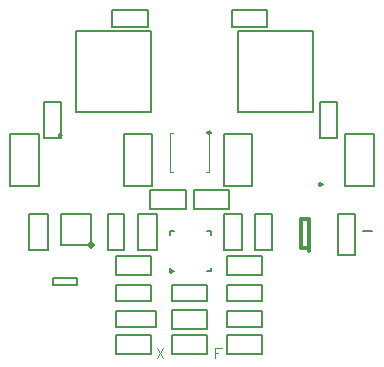
<source format=gto>
G04 Layer_Color=16777215*
%FSLAX25Y25*%
%MOIN*%
G70*
G01*
G75*
%ADD49C,0.00787*%
%ADD50C,0.00984*%
%ADD51C,0.01181*%
%ADD52C,0.00394*%
D49*
X443405Y265433D02*
X442815Y266024D01*
X442224Y265433D01*
X442815Y264843D01*
X443405Y265433D01*
X390882Y217126D02*
X398882D01*
X390882Y214764D02*
X398882D01*
Y217126D01*
X390882Y214764D02*
Y217126D01*
X485827Y224803D02*
X491339D01*
Y238189D01*
X485827D02*
X491339D01*
X485827Y224803D02*
Y238189D01*
X423228Y240158D02*
Y246457D01*
Y240158D02*
X435039D01*
Y246457D01*
X423228D02*
X435039D01*
X429921Y219291D02*
X431102D01*
X429921D02*
Y220472D01*
Y231496D02*
Y232677D01*
X431102D01*
X442126D02*
X443307D01*
Y231496D02*
Y232677D01*
X442126Y219291D02*
X443307D01*
Y220472D01*
X437795Y240158D02*
X449606D01*
X437795D02*
Y246457D01*
X449606D01*
Y240158D02*
Y246457D01*
X453937Y226378D02*
Y238189D01*
X447638Y226378D02*
X453937D01*
X447638D02*
Y238189D01*
X453937D01*
X448819Y191732D02*
X460630D01*
X448819D02*
Y198031D01*
X460630D01*
Y191732D02*
Y198031D01*
X425591Y226378D02*
Y238189D01*
X419291Y226378D02*
X425591D01*
X419291D02*
Y238189D01*
X425591D01*
X458268Y238189D02*
X463780D01*
X458268Y226378D02*
Y238189D01*
Y226378D02*
X463780D01*
Y238189D01*
X460630Y200525D02*
Y206037D01*
X448819D02*
X460630D01*
X448819Y200525D02*
Y206037D01*
Y200525D02*
X460630D01*
X430315Y191732D02*
X442126D01*
X430315D02*
Y198031D01*
X442126D01*
Y191732D02*
Y198031D01*
X448819Y218110D02*
X460630D01*
X448819D02*
Y224409D01*
X460630D01*
Y218110D02*
Y224409D01*
X460630Y209318D02*
Y214829D01*
X448819D02*
X460630D01*
X448819Y209318D02*
Y214829D01*
Y209318D02*
X460630D01*
X376575Y247736D02*
Y265059D01*
X386024D01*
Y247736D02*
Y265059D01*
X376575Y247736D02*
X386024D01*
X387795Y263779D02*
X393307D01*
Y275590D01*
X387795D02*
X393307D01*
X387795Y263779D02*
Y275590D01*
X414468Y247835D02*
X423917D01*
Y265157D01*
X414468D02*
X423917D01*
X414468Y247835D02*
Y265157D01*
X411811Y198031D02*
X423622D01*
Y191732D02*
Y198031D01*
X411811Y191732D02*
X423622D01*
X411811D02*
Y198031D01*
X411811Y209318D02*
Y214830D01*
Y209318D02*
X423622D01*
Y214830D01*
X411811D02*
X423622D01*
X422441Y300787D02*
Y306299D01*
X410630D02*
X422441D01*
X410630Y300787D02*
Y306299D01*
Y300787D02*
X422441D01*
X411811Y218110D02*
X423622D01*
X411811D02*
Y224410D01*
X423622D01*
Y218110D02*
Y224410D01*
X403543Y227953D02*
Y238189D01*
X393307D02*
X403543D01*
X393307Y227953D02*
Y238189D01*
Y227953D02*
X403543D01*
X398327Y272327D02*
Y299327D01*
X423327D01*
Y272327D02*
Y299327D01*
X398327Y272327D02*
X423327D01*
X430315Y206299D02*
X442126D01*
Y200000D02*
Y206299D01*
X430315Y200000D02*
X442126D01*
X430315D02*
Y206299D01*
X411811Y206037D02*
X425197D01*
Y200525D02*
Y206037D01*
X411811Y200525D02*
X425197D01*
X411811D02*
Y206037D01*
X497736Y247736D02*
Y265059D01*
X488287Y247736D02*
X497736D01*
X488287D02*
Y265059D01*
X497736D01*
X479921Y263779D02*
X485433D01*
Y275590D01*
X479921D02*
X485433D01*
X479921Y263779D02*
Y275590D01*
X447637Y265157D02*
X457086D01*
X447637Y247835D02*
Y265157D01*
Y247835D02*
X457086D01*
Y265157D01*
X430315Y209318D02*
Y214829D01*
Y209318D02*
X442126D01*
Y214829D01*
X430315D02*
X442126D01*
X388976Y226378D02*
Y238189D01*
X382677Y226378D02*
X388976D01*
X382677D02*
Y238189D01*
X388976D01*
X450394Y300787D02*
Y306299D01*
Y300787D02*
X462205D01*
Y306299D01*
X450394D02*
X462205D01*
X452461Y272327D02*
Y299327D01*
X477461D01*
Y272327D02*
Y299327D01*
X452461Y272327D02*
X477461D01*
X409055Y226378D02*
X414567D01*
Y238189D01*
X409055D02*
X414567D01*
X409055Y226378D02*
Y238189D01*
X497244Y232676D02*
X494096D01*
D50*
X430413Y219291D02*
X429675Y219718D01*
Y218865D01*
X430413Y219291D01*
X393476Y264683D02*
X392738Y265109D01*
Y264257D01*
X393476Y264683D01*
X480342Y248299D02*
X479604Y248725D01*
Y247873D01*
X480342Y248299D01*
D51*
X404134Y227953D02*
X403543Y228543D01*
X402953Y227953D01*
X403543Y227362D01*
X404134Y227953D01*
X473303Y236790D02*
X476203D01*
X473303Y226990D02*
Y236790D01*
X476203Y226990D02*
Y236790D01*
X473303Y226990D02*
X476203D01*
Y225990D02*
Y226990D01*
D52*
X442815Y252441D02*
Y265433D01*
X441831Y252441D02*
X442815D01*
X441831Y265433D02*
X442815D01*
X429823D02*
X430807D01*
X429823Y252441D02*
X430807D01*
X429823D02*
Y265433D01*
X425394Y193601D02*
X427493Y190453D01*
Y193601D02*
X425394Y190453D01*
X446981Y193601D02*
X444882D01*
Y192027D01*
X445931D01*
X444882D01*
Y190453D01*
M02*

</source>
